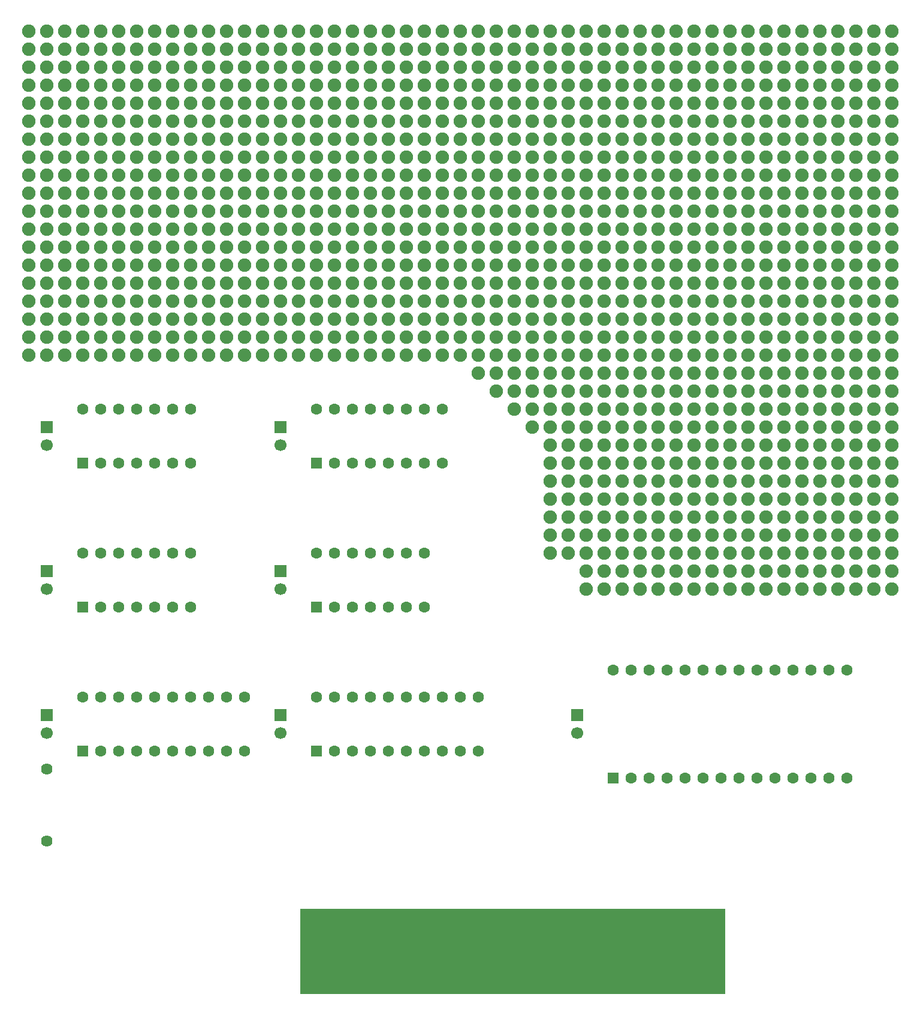
<source format=gbs>
G04 DipTrace 3.0.0.2*
G04 BasicROM.GBS*
%MOMM*%
G04 #@! TF.FileFunction,Soldermask,Bot*
G04 #@! TF.Part,Single*
%ADD17R,1.6X1.6*%
%ADD31C,1.6*%
%ADD34C,1.624*%
%ADD36C,1.624*%
%ADD38C,1.9*%
%ADD39C,1.7*%
%ADD40R,1.6X10.1*%
%ADD42R,1.7X1.7*%
%FSLAX35Y35*%
G04*
G71*
G90*
G75*
G01*
G04 BotMask*
%LPD*%
D39*
X1016000Y-8382000D3*
D42*
Y-8128000D3*
D39*
X4318000Y-8382000D3*
D42*
Y-8128000D3*
D39*
X1016000Y-10414000D3*
D42*
Y-10160000D3*
D39*
X4318000Y-10414000D3*
D42*
Y-10160000D3*
D39*
Y-6350000D3*
D42*
Y-6096000D3*
D39*
X1016000Y-6350000D3*
D42*
Y-6096000D3*
D39*
X8509000Y-10414000D3*
D42*
Y-10160000D3*
D40*
X10300000Y-13400000D3*
X10046000D3*
X9792000D3*
X9538000D3*
X9284000D3*
X9030000D3*
X8776000D3*
X8522000D3*
X8268000D3*
X8014000D3*
X7760000D3*
X7506000D3*
X7252000D3*
X6998000D3*
X6744000D3*
X6490000D3*
X6236000D3*
X5982000D3*
X5728000D3*
X5474000D3*
X5220000D3*
X4966000D3*
D38*
X1016000Y-508000D3*
X762000D3*
X1270000D3*
X1778000D3*
X1524000D3*
X2032000D3*
X2540000D3*
X2286000D3*
X2794000D3*
X3302000D3*
X3048000D3*
X3556000D3*
X4064000D3*
X3810000D3*
X4318000D3*
X4826000D3*
X4572000D3*
X5080000D3*
X5588000D3*
X5334000D3*
X5842000D3*
X6350000D3*
X6096000D3*
X6604000D3*
X7112000D3*
X6858000D3*
X7366000D3*
X7874000D3*
X7620000D3*
X8128000D3*
X8636000D3*
X8382000D3*
X8890000D3*
X9398000D3*
X9144000D3*
X9652000D3*
X10160000D3*
X9906000D3*
X10414000D3*
X10922000D3*
X10668000D3*
X11176000D3*
X11684000D3*
X11430000D3*
X11938000D3*
X12446000D3*
X12192000D3*
X12700000D3*
X12954000D3*
X1016000Y-762000D3*
X762000D3*
X1270000D3*
X1778000D3*
X1524000D3*
X2032000D3*
X2540000D3*
X2286000D3*
X2794000D3*
X3302000D3*
X3048000D3*
X3556000D3*
X4064000D3*
X3810000D3*
X4318000D3*
X4826000D3*
X4572000D3*
X5080000D3*
X5588000D3*
X5334000D3*
X5842000D3*
X6350000D3*
X6096000D3*
X6604000D3*
X7112000D3*
X6858000D3*
X7366000D3*
X7874000D3*
X7620000D3*
X8128000D3*
X8636000D3*
X8382000D3*
X8890000D3*
X9398000D3*
X9144000D3*
X9652000D3*
X10160000D3*
X9906000D3*
X10414000D3*
X10922000D3*
X10668000D3*
X11176000D3*
X11684000D3*
X11430000D3*
X11938000D3*
X12446000D3*
X12192000D3*
X12700000D3*
X12954000D3*
X1016000Y-1016000D3*
X762000D3*
X1270000D3*
X1778000D3*
X1524000D3*
X2032000D3*
X2540000D3*
X2286000D3*
X2794000D3*
X3302000D3*
X3048000D3*
X3556000D3*
X4064000D3*
X3810000D3*
X4318000D3*
X4826000D3*
X4572000D3*
X5080000D3*
X5588000D3*
X5334000D3*
X5842000D3*
X6350000D3*
X6096000D3*
X6604000D3*
X7112000D3*
X6858000D3*
X7366000D3*
X7874000D3*
X7620000D3*
X8128000D3*
X8636000D3*
X8382000D3*
X8890000D3*
X9398000D3*
X9144000D3*
X9652000D3*
X10160000D3*
X9906000D3*
X10414000D3*
X10922000D3*
X10668000D3*
X11176000D3*
X11684000D3*
X11430000D3*
X11938000D3*
X12446000D3*
X12192000D3*
X12700000D3*
X12954000D3*
X1016000Y-1270000D3*
X762000D3*
X1270000D3*
X1778000D3*
X1524000D3*
X2032000D3*
X2540000D3*
X2286000D3*
X2794000D3*
X3302000D3*
X3048000D3*
X3556000D3*
X4064000D3*
X3810000D3*
X4318000D3*
X4826000D3*
X4572000D3*
X5080000D3*
X5588000D3*
X5334000D3*
X5842000D3*
X6350000D3*
X6096000D3*
X6604000D3*
X7112000D3*
X6858000D3*
X7366000D3*
X7874000D3*
X7620000D3*
X8128000D3*
X8636000D3*
X8382000D3*
X8890000D3*
X9398000D3*
X9144000D3*
X9652000D3*
X10160000D3*
X9906000D3*
X10414000D3*
X10922000D3*
X10668000D3*
X11176000D3*
X11684000D3*
X11430000D3*
X11938000D3*
X12446000D3*
X12192000D3*
X12700000D3*
X12954000D3*
X1016000Y-1524000D3*
X762000D3*
X1270000D3*
X1778000D3*
X1524000D3*
X2032000D3*
X2540000D3*
X2286000D3*
X2794000D3*
X3302000D3*
X3048000D3*
X3556000D3*
X4064000D3*
X3810000D3*
X4318000D3*
X4826000D3*
X4572000D3*
X5080000D3*
X5588000D3*
X5334000D3*
X5842000D3*
X6350000D3*
X6096000D3*
X6604000D3*
X7112000D3*
X6858000D3*
X7366000D3*
X7874000D3*
X7620000D3*
X8128000D3*
X8636000D3*
X8382000D3*
X8890000D3*
X9398000D3*
X9144000D3*
X9652000D3*
X10160000D3*
X9906000D3*
X10414000D3*
X10922000D3*
X10668000D3*
X11176000D3*
X11684000D3*
X11430000D3*
X11938000D3*
X12446000D3*
X12192000D3*
X12700000D3*
X12954000D3*
X1016000Y-1778000D3*
X762000D3*
X1270000D3*
X1778000D3*
X1524000D3*
X2032000D3*
X2540000D3*
X2286000D3*
X2794000D3*
X3302000D3*
X3048000D3*
X3556000D3*
X4064000D3*
X3810000D3*
X4318000D3*
X4826000D3*
X4572000D3*
X5080000D3*
X5588000D3*
X5334000D3*
X5842000D3*
X6350000D3*
X6096000D3*
X6604000D3*
X7112000D3*
X6858000D3*
X7366000D3*
X7874000D3*
X7620000D3*
X8128000D3*
X8636000D3*
X8382000D3*
X8890000D3*
X9398000D3*
X9144000D3*
X9652000D3*
X10160000D3*
X9906000D3*
X10414000D3*
X10922000D3*
X10668000D3*
X11176000D3*
X11684000D3*
X11430000D3*
X11938000D3*
X12446000D3*
X12192000D3*
X12700000D3*
X12954000D3*
X1016000Y-2032000D3*
X762000D3*
X1270000D3*
X1778000D3*
X1524000D3*
X2032000D3*
X2540000D3*
X2286000D3*
X2794000D3*
X3302000D3*
X3048000D3*
X3556000D3*
X4064000D3*
X3810000D3*
X4318000D3*
X4826000D3*
X4572000D3*
X5080000D3*
X5588000D3*
X5334000D3*
X5842000D3*
X6350000D3*
X6096000D3*
X6604000D3*
X7112000D3*
X6858000D3*
X7366000D3*
X7874000D3*
X7620000D3*
X8128000D3*
X8636000D3*
X8382000D3*
X8890000D3*
X9398000D3*
X9144000D3*
X9652000D3*
X10160000D3*
X9906000D3*
X10414000D3*
X10922000D3*
X10668000D3*
X11176000D3*
X11684000D3*
X11430000D3*
X11938000D3*
X12446000D3*
X12192000D3*
X12700000D3*
X12954000D3*
X1016000Y-2286000D3*
X762000D3*
X1270000D3*
X1778000D3*
X1524000D3*
X2032000D3*
X2540000D3*
X2286000D3*
X2794000D3*
X3302000D3*
X3048000D3*
X3556000D3*
X4064000D3*
X3810000D3*
X4318000D3*
X4826000D3*
X4572000D3*
X5080000D3*
X5588000D3*
X5334000D3*
X5842000D3*
X6350000D3*
X6096000D3*
X6604000D3*
X7112000D3*
X6858000D3*
X7366000D3*
X7874000D3*
X7620000D3*
X8128000D3*
X8636000D3*
X8382000D3*
X8890000D3*
X9398000D3*
X9144000D3*
X9652000D3*
X10160000D3*
X9906000D3*
X10414000D3*
X10922000D3*
X10668000D3*
X11176000D3*
X11684000D3*
X11430000D3*
X11938000D3*
X12446000D3*
X12192000D3*
X12700000D3*
X12954000D3*
X1016000Y-2540000D3*
X762000D3*
X1270000D3*
X1778000D3*
X1524000D3*
X2032000D3*
X2540000D3*
X2286000D3*
X2794000D3*
X3302000D3*
X3048000D3*
X3556000D3*
X4064000D3*
X3810000D3*
X4318000D3*
X4826000D3*
X4572000D3*
X5080000D3*
X5588000D3*
X5334000D3*
X5842000D3*
X6350000D3*
X6096000D3*
X6604000D3*
X7112000D3*
X6858000D3*
X7366000D3*
X7874000D3*
X7620000D3*
X8128000D3*
X8636000D3*
X8382000D3*
X8890000D3*
X9398000D3*
X9144000D3*
X9652000D3*
X10160000D3*
X9906000D3*
X10414000D3*
X10922000D3*
X10668000D3*
X11176000D3*
X11684000D3*
X11430000D3*
X11938000D3*
X12446000D3*
X12192000D3*
X12700000D3*
X12954000D3*
X1016000Y-2794000D3*
X762000D3*
X1270000D3*
X1778000D3*
X1524000D3*
X2032000D3*
X2540000D3*
X2286000D3*
X2794000D3*
X3302000D3*
X3048000D3*
X3556000D3*
X4064000D3*
X3810000D3*
X4318000D3*
X4826000D3*
X4572000D3*
X5080000D3*
X5588000D3*
X5334000D3*
X5842000D3*
X6350000D3*
X6096000D3*
X6604000D3*
X7112000D3*
X6858000D3*
X7366000D3*
X7874000D3*
X7620000D3*
X8128000D3*
X8636000D3*
X8382000D3*
X8890000D3*
X9398000D3*
X9144000D3*
X9652000D3*
X10160000D3*
X9906000D3*
X10414000D3*
X10922000D3*
X10668000D3*
X11176000D3*
X11684000D3*
X11430000D3*
X11938000D3*
X12446000D3*
X12192000D3*
X12700000D3*
X12954000D3*
X1016000Y-3048000D3*
X762000D3*
X1270000D3*
X1778000D3*
X1524000D3*
X2032000D3*
X2540000D3*
X2286000D3*
X2794000D3*
X3302000D3*
X3048000D3*
X3556000D3*
X4064000D3*
X3810000D3*
X4318000D3*
X4826000D3*
X4572000D3*
X5080000D3*
X5588000D3*
X5334000D3*
X5842000D3*
X6350000D3*
X6096000D3*
X6604000D3*
X7112000D3*
X6858000D3*
X7366000D3*
X7874000D3*
X7620000D3*
X8128000D3*
X8636000D3*
X8382000D3*
X8890000D3*
X9398000D3*
X9144000D3*
X9652000D3*
X10160000D3*
X9906000D3*
X10414000D3*
X10922000D3*
X10668000D3*
X11176000D3*
X11684000D3*
X11430000D3*
X11938000D3*
X12446000D3*
X12192000D3*
X12700000D3*
X12954000D3*
X1016000Y-3302000D3*
X762000D3*
X1270000D3*
X1778000D3*
X1524000D3*
X2032000D3*
X2540000D3*
X2286000D3*
X2794000D3*
X3302000D3*
X3048000D3*
X3556000D3*
X4064000D3*
X3810000D3*
X4318000D3*
X4826000D3*
X4572000D3*
X5080000D3*
X5588000D3*
X5334000D3*
X5842000D3*
X6350000D3*
X6096000D3*
X6604000D3*
X7112000D3*
X6858000D3*
X7366000D3*
X7874000D3*
X7620000D3*
X8128000D3*
X8636000D3*
X8382000D3*
X8890000D3*
X9398000D3*
X9144000D3*
X9652000D3*
X10160000D3*
X9906000D3*
X10414000D3*
X10922000D3*
X10668000D3*
X11176000D3*
X11684000D3*
X11430000D3*
X11938000D3*
X12446000D3*
X12192000D3*
X12700000D3*
X12954000D3*
X1016000Y-3556000D3*
X762000D3*
X1270000D3*
X1778000D3*
X1524000D3*
X2032000D3*
X2540000D3*
X2286000D3*
X2794000D3*
X3302000D3*
X3048000D3*
X3556000D3*
X4064000D3*
X3810000D3*
X4318000D3*
X4826000D3*
X4572000D3*
X5080000D3*
X5588000D3*
X5334000D3*
X5842000D3*
X6350000D3*
X6096000D3*
X6604000D3*
X7112000D3*
X6858000D3*
X7366000D3*
X7874000D3*
X7620000D3*
X8128000D3*
X8636000D3*
X8382000D3*
X8890000D3*
X9398000D3*
X9144000D3*
X9652000D3*
X10160000D3*
X9906000D3*
X10414000D3*
X10922000D3*
X10668000D3*
X11176000D3*
X11684000D3*
X11430000D3*
X11938000D3*
X12446000D3*
X12192000D3*
X12700000D3*
X12954000D3*
X1016000Y-3810000D3*
X762000D3*
X1270000D3*
X1778000D3*
X1524000D3*
X2032000D3*
X2540000D3*
X2286000D3*
X2794000D3*
X3302000D3*
X3048000D3*
X3556000D3*
X4064000D3*
X3810000D3*
X4318000D3*
X4826000D3*
X4572000D3*
X5080000D3*
X5588000D3*
X5334000D3*
X5842000D3*
X6350000D3*
X6096000D3*
X6604000D3*
X7112000D3*
X6858000D3*
X7366000D3*
X7874000D3*
X7620000D3*
X8128000D3*
X8636000D3*
X8382000D3*
X8890000D3*
X9398000D3*
X9144000D3*
X9652000D3*
X10160000D3*
X9906000D3*
X10414000D3*
X10922000D3*
X10668000D3*
X11176000D3*
X11684000D3*
X11430000D3*
X11938000D3*
X12446000D3*
X12192000D3*
X12700000D3*
X12954000D3*
X1016000Y-4064000D3*
X762000D3*
X1270000D3*
X1778000D3*
X1524000D3*
X2032000D3*
X2540000D3*
X2286000D3*
X2794000D3*
X3302000D3*
X3048000D3*
X3556000D3*
X4064000D3*
X3810000D3*
X4318000D3*
X4826000D3*
X4572000D3*
X5080000D3*
X5588000D3*
X5334000D3*
X5842000D3*
X6350000D3*
X6096000D3*
X6604000D3*
X7112000D3*
X6858000D3*
X7366000D3*
X7874000D3*
X7620000D3*
X8128000D3*
X8636000D3*
X8382000D3*
X8890000D3*
X9398000D3*
X9144000D3*
X9652000D3*
X10160000D3*
X9906000D3*
X10414000D3*
X10922000D3*
X10668000D3*
X11176000D3*
X11684000D3*
X11430000D3*
X11938000D3*
X12446000D3*
X12192000D3*
X12700000D3*
X12954000D3*
X1016000Y-4318000D3*
X762000D3*
X1270000D3*
X1778000D3*
X1524000D3*
X2032000D3*
X2540000D3*
X2286000D3*
X2794000D3*
X3302000D3*
X3048000D3*
X3556000D3*
X4064000D3*
X3810000D3*
X4318000D3*
X4826000D3*
X4572000D3*
X5080000D3*
X5588000D3*
X5334000D3*
X5842000D3*
X6350000D3*
X6096000D3*
X6604000D3*
X7112000D3*
X6858000D3*
X7366000D3*
X7874000D3*
X7620000D3*
X8128000D3*
X8636000D3*
X8382000D3*
X8890000D3*
X9398000D3*
X9144000D3*
X9652000D3*
X10160000D3*
X9906000D3*
X10414000D3*
X10922000D3*
X10668000D3*
X11176000D3*
X11684000D3*
X11430000D3*
X11938000D3*
X12446000D3*
X12192000D3*
X12700000D3*
X12954000D3*
X1016000Y-4572000D3*
X762000D3*
X1270000D3*
X1778000D3*
X1524000D3*
X2032000D3*
X2540000D3*
X2286000D3*
X2794000D3*
X3302000D3*
X3048000D3*
X3556000D3*
X4064000D3*
X3810000D3*
X4318000D3*
X4826000D3*
X4572000D3*
X5080000D3*
X5588000D3*
X5334000D3*
X5842000D3*
X6350000D3*
X6096000D3*
X6604000D3*
X7112000D3*
X6858000D3*
X7366000D3*
X7874000D3*
X7620000D3*
X8128000D3*
X8636000D3*
X8382000D3*
X8890000D3*
X9398000D3*
X9144000D3*
X9652000D3*
X10160000D3*
X9906000D3*
X10414000D3*
X10922000D3*
X10668000D3*
X11176000D3*
X11684000D3*
X11430000D3*
X11938000D3*
X12446000D3*
X12192000D3*
X12700000D3*
X12954000D3*
X1016000Y-4826000D3*
X762000D3*
X1270000D3*
X1778000D3*
X1524000D3*
X2032000D3*
X2540000D3*
X2286000D3*
X2794000D3*
X3302000D3*
X3048000D3*
X3556000D3*
X4064000D3*
X3810000D3*
X4318000D3*
X4826000D3*
X4572000D3*
X5080000D3*
X5588000D3*
X5334000D3*
X5842000D3*
X6350000D3*
X6096000D3*
X6604000D3*
X7112000D3*
X6858000D3*
X7366000D3*
X7874000D3*
X7620000D3*
X8128000D3*
X8636000D3*
X8382000D3*
X8890000D3*
X9398000D3*
X9144000D3*
X9652000D3*
X10160000D3*
X9906000D3*
X10414000D3*
X10922000D3*
X10668000D3*
X11176000D3*
X11684000D3*
X11430000D3*
X11938000D3*
X12446000D3*
X12192000D3*
X12700000D3*
X12954000D3*
X1016000Y-5080000D3*
X762000D3*
X1270000D3*
X1778000D3*
X1524000D3*
X2032000D3*
X2540000D3*
X2286000D3*
X2794000D3*
X3302000D3*
X3048000D3*
X3556000D3*
X4064000D3*
X3810000D3*
X4318000D3*
X4826000D3*
X4572000D3*
X5080000D3*
X5588000D3*
X5334000D3*
X5842000D3*
X6350000D3*
X6096000D3*
X6604000D3*
X7112000D3*
X6858000D3*
X7366000D3*
X7874000D3*
X7620000D3*
X8128000D3*
X8636000D3*
X8382000D3*
X8890000D3*
X9398000D3*
X9144000D3*
X9652000D3*
X10160000D3*
X9906000D3*
X10414000D3*
X10922000D3*
X10668000D3*
X11176000D3*
X11684000D3*
X11430000D3*
X11938000D3*
X12446000D3*
X12192000D3*
X12700000D3*
X12954000D3*
X8128000Y-5334000D3*
X8636000D3*
X8382000D3*
X8890000D3*
X9398000D3*
X9144000D3*
X9652000D3*
X10160000D3*
X9906000D3*
X10414000D3*
X10922000D3*
X10668000D3*
X11176000D3*
X11684000D3*
X11430000D3*
X11938000D3*
X12446000D3*
X12192000D3*
X12700000D3*
X12954000D3*
X8128000Y-5588000D3*
X8636000D3*
X8382000D3*
X8890000D3*
X9398000D3*
X9144000D3*
X9652000D3*
X10160000D3*
X9906000D3*
X10414000D3*
X10922000D3*
X10668000D3*
X11176000D3*
X11684000D3*
X11430000D3*
X11938000D3*
X12446000D3*
X12192000D3*
X12700000D3*
X12954000D3*
X8128000Y-5842000D3*
X8636000D3*
X8382000D3*
X8890000D3*
X9398000D3*
X9144000D3*
X9652000D3*
X10160000D3*
X9906000D3*
X10414000D3*
X10922000D3*
X10668000D3*
X11176000D3*
X11684000D3*
X11430000D3*
X11938000D3*
X12446000D3*
X12192000D3*
X12700000D3*
X12954000D3*
X8128000Y-6096000D3*
X8636000D3*
X8382000D3*
X8890000D3*
X9398000D3*
X9144000D3*
X9652000D3*
X10160000D3*
X9906000D3*
X10414000D3*
X10922000D3*
X10668000D3*
X11176000D3*
X11684000D3*
X11430000D3*
X11938000D3*
X12446000D3*
X12192000D3*
X12700000D3*
X12954000D3*
X8128000Y-6350000D3*
X8636000D3*
X8382000D3*
X8890000D3*
X9398000D3*
X9144000D3*
X9652000D3*
X10160000D3*
X9906000D3*
X10414000D3*
X10922000D3*
X10668000D3*
X11176000D3*
X11684000D3*
X11430000D3*
X11938000D3*
X12446000D3*
X12192000D3*
X12700000D3*
X12954000D3*
X8128000Y-6604000D3*
X8636000D3*
X8382000D3*
X8890000D3*
X9398000D3*
X9144000D3*
X9652000D3*
X10160000D3*
X9906000D3*
X10414000D3*
X10922000D3*
X10668000D3*
X11176000D3*
X11684000D3*
X11430000D3*
X11938000D3*
X12446000D3*
X12192000D3*
X12700000D3*
X12954000D3*
X8128000Y-6858000D3*
X8636000D3*
X8382000D3*
X8890000D3*
X9398000D3*
X9144000D3*
X9652000D3*
X10160000D3*
X9906000D3*
X10414000D3*
X10922000D3*
X10668000D3*
X11176000D3*
X11684000D3*
X11430000D3*
X11938000D3*
X12446000D3*
X12192000D3*
X12700000D3*
X12954000D3*
X8128000Y-7112000D3*
X8636000D3*
X8382000D3*
X8890000D3*
X9398000D3*
X9144000D3*
X9652000D3*
X10160000D3*
X9906000D3*
X10414000D3*
X10922000D3*
X10668000D3*
X11176000D3*
X11684000D3*
X11430000D3*
X11938000D3*
X12446000D3*
X12192000D3*
X12700000D3*
X12954000D3*
X8128000Y-7366000D3*
X8636000D3*
X8382000D3*
X8890000D3*
X9398000D3*
X9144000D3*
X9652000D3*
X10160000D3*
X9906000D3*
X10414000D3*
X10922000D3*
X10668000D3*
X11176000D3*
X11684000D3*
X11430000D3*
X11938000D3*
X12446000D3*
X12192000D3*
X12700000D3*
X12954000D3*
X8128000Y-7620000D3*
X8636000D3*
X8382000D3*
X8890000D3*
X9398000D3*
X9144000D3*
X9652000D3*
X10160000D3*
X9906000D3*
X10414000D3*
X10922000D3*
X10668000D3*
X11176000D3*
X11684000D3*
X11430000D3*
X11938000D3*
X12446000D3*
X12192000D3*
X12700000D3*
X12954000D3*
X8128000Y-7874000D3*
X8636000D3*
X8382000D3*
X8890000D3*
X9398000D3*
X9144000D3*
X9652000D3*
X10160000D3*
X9906000D3*
X10414000D3*
X10922000D3*
X10668000D3*
X11176000D3*
X11684000D3*
X11430000D3*
X11938000D3*
X12446000D3*
X12192000D3*
X12700000D3*
X12954000D3*
X8636000Y-8128000D3*
X8890000D3*
X9398000D3*
X9144000D3*
X9652000D3*
X10160000D3*
X9906000D3*
X10414000D3*
X10922000D3*
X10668000D3*
X11176000D3*
X11684000D3*
X11430000D3*
X11938000D3*
X12446000D3*
X12192000D3*
X12700000D3*
X12954000D3*
X8636000Y-8382000D3*
X8890000D3*
X9398000D3*
X9144000D3*
X9652000D3*
X10160000D3*
X9906000D3*
X10414000D3*
X10922000D3*
X10668000D3*
X11176000D3*
X11684000D3*
X11430000D3*
X11938000D3*
X12446000D3*
X12192000D3*
X12700000D3*
X12954000D3*
X7874000Y-5334000D3*
Y-5588000D3*
X7620000Y-5334000D3*
X7874000Y-5842000D3*
X7620000Y-5588000D3*
X7366000Y-5334000D3*
X7874000Y-6096000D3*
X7620000Y-5842000D3*
X7366000Y-5588000D3*
X7112000Y-5334000D3*
D36*
X1016000Y-11938000D3*
D34*
Y-10922000D3*
D17*
X4826000Y-8636000D3*
D31*
X5080000D3*
X5334000D3*
X5588000D3*
X5842000D3*
X6096000D3*
X6350000D3*
Y-7874000D3*
X6096000D3*
X5842000D3*
X5588000D3*
X5334000D3*
X5080000D3*
X4826000D3*
D17*
X1524000Y-8636000D3*
D31*
X1778000D3*
X2032000D3*
X2286000D3*
X2540000D3*
X2794000D3*
X3048000D3*
Y-7874000D3*
X2794000D3*
X2540000D3*
X2286000D3*
X2032000D3*
X1778000D3*
X1524000D3*
D17*
Y-6604000D3*
D31*
X1778000D3*
X2032000D3*
X2286000D3*
X2540000D3*
X2794000D3*
X3048000D3*
Y-5842000D3*
X2794000D3*
X2540000D3*
X2286000D3*
X2032000D3*
X1778000D3*
X1524000D3*
D17*
X4826000Y-6604000D3*
D31*
X5080000D3*
X5334000D3*
X5588000D3*
X5842000D3*
X6096000D3*
X6350000D3*
X6604000D3*
Y-5842000D3*
X6350000D3*
X6096000D3*
X5842000D3*
X5588000D3*
X5334000D3*
X5080000D3*
X4826000D3*
D17*
X1524000Y-10668000D3*
D31*
X1778000D3*
X2032000D3*
X2286000D3*
X2540003D3*
X2794003D3*
X3048000D3*
X3302003D3*
X3556003D3*
X3810000D3*
X1524003Y-9906000D3*
X1778003D3*
X2032003D3*
X2286000D3*
X2540003D3*
X2794003D3*
X3048000D3*
X3302003D3*
X3556003D3*
X3810000D3*
D17*
X4826000Y-10668000D3*
D31*
X5080000D3*
X5334000D3*
X5588000D3*
X5842003D3*
X6096003D3*
X6350000D3*
X6604003D3*
X6858003D3*
X7112000D3*
X4826003Y-9906000D3*
X5080003D3*
X5334003D3*
X5588000D3*
X5842003D3*
X6096003D3*
X6350000D3*
X6604003D3*
X6858003D3*
X7112000D3*
D17*
X9017000Y-11049000D3*
D31*
X9271000D3*
X9525000D3*
X9779000D3*
X10033000D3*
X10287000D3*
X10541000D3*
X10795000D3*
X11049000D3*
X11303000D3*
X11557000D3*
X11811000D3*
X12065000D3*
X12319000D3*
Y-9529000D3*
X12065000D3*
X11811000D3*
X11557000D3*
X11303000D3*
X11049000D3*
X10795000D3*
X10541000D3*
X10287000D3*
X10033000D3*
X9779000D3*
X9525000D3*
X9271000D3*
X9017000D3*
G36*
X4600000Y-12900000D2*
X10600000D1*
Y-14100000D1*
X4600000D1*
Y-12900000D1*
G37*
M02*

</source>
